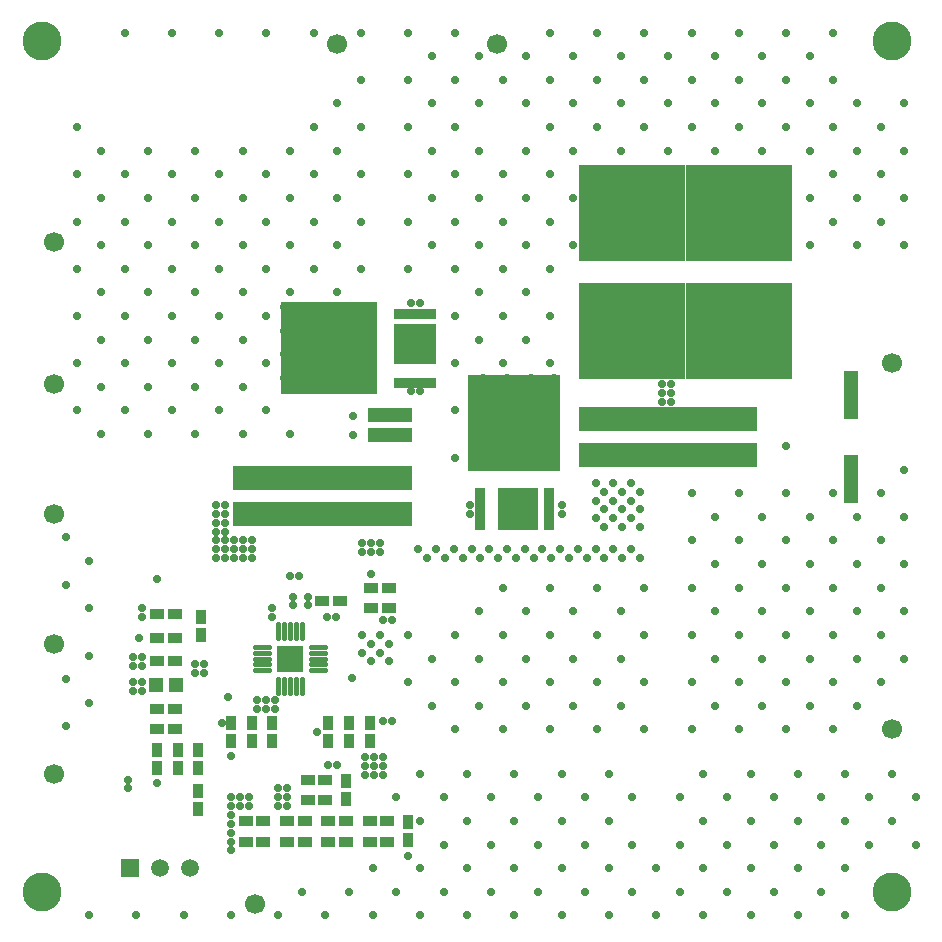
<source format=gts>
G75*
G70*
%OFA0B0*%
%FSLAX24Y24*%
%IPPOS*%
%LPD*%
%AMOC8*
5,1,8,0,0,1.08239X$1,22.5*
%
%ADD10C,0.1299*%
%ADD11C,0.0157*%
%ADD12R,0.0866X0.0866*%
%ADD13C,0.0669*%
%ADD14R,0.0354X0.0472*%
%ADD15R,0.0472X0.0354*%
%ADD16R,0.0591X0.0591*%
%ADD17C,0.0591*%
%ADD18R,0.0512X0.0512*%
%ADD19R,0.1457X0.0512*%
%ADD20R,0.2008X0.0827*%
%ADD21R,0.1378X0.1417*%
%ADD22R,0.3098X0.3189*%
%ADD23R,0.0335X0.1417*%
%ADD24R,0.1417X0.1378*%
%ADD25R,0.3189X0.3098*%
%ADD26R,0.1417X0.0335*%
%ADD27R,0.3583X0.3189*%
%ADD28R,0.0512X0.1614*%
%ADD29C,0.0276*%
D10*
X001575Y001575D03*
X029921Y001575D03*
X029921Y029921D03*
X001575Y029921D03*
D11*
X009449Y010513D02*
X009449Y010513D01*
X009449Y010039D01*
X009449Y010039D01*
X009449Y010513D01*
X009449Y010195D02*
X009449Y010195D01*
X009449Y010351D02*
X009449Y010351D01*
X009449Y010507D02*
X009449Y010507D01*
X009646Y010513D02*
X009646Y010513D01*
X009646Y010039D01*
X009646Y010039D01*
X009646Y010513D01*
X009646Y010195D02*
X009646Y010195D01*
X009646Y010351D02*
X009646Y010351D01*
X009646Y010507D02*
X009646Y010507D01*
X009843Y010513D02*
X009843Y010513D01*
X009843Y010039D01*
X009843Y010039D01*
X009843Y010513D01*
X009843Y010195D02*
X009843Y010195D01*
X009843Y010351D02*
X009843Y010351D01*
X009843Y010507D02*
X009843Y010507D01*
X010039Y010513D02*
X010039Y010513D01*
X010039Y010039D01*
X010039Y010039D01*
X010039Y010513D01*
X010039Y010195D02*
X010039Y010195D01*
X010039Y010351D02*
X010039Y010351D01*
X010039Y010507D02*
X010039Y010507D01*
X010236Y010513D02*
X010236Y010513D01*
X010236Y010039D01*
X010236Y010039D01*
X010236Y010513D01*
X010236Y010195D02*
X010236Y010195D01*
X010236Y010351D02*
X010236Y010351D01*
X010236Y010507D02*
X010236Y010507D01*
X011005Y009744D02*
X011005Y009744D01*
X010531Y009744D01*
X010531Y009744D01*
X011005Y009744D01*
X011005Y009547D02*
X011005Y009547D01*
X010531Y009547D01*
X010531Y009547D01*
X011005Y009547D01*
X011005Y009350D02*
X011005Y009350D01*
X010531Y009350D01*
X010531Y009350D01*
X011005Y009350D01*
X011005Y009154D02*
X011005Y009154D01*
X010531Y009154D01*
X010531Y009154D01*
X011005Y009154D01*
X011005Y008957D02*
X011005Y008957D01*
X010531Y008957D01*
X010531Y008957D01*
X011005Y008957D01*
X010236Y008188D02*
X010236Y008188D01*
X010236Y008662D01*
X010236Y008662D01*
X010236Y008188D01*
X010236Y008344D02*
X010236Y008344D01*
X010236Y008500D02*
X010236Y008500D01*
X010236Y008656D02*
X010236Y008656D01*
X010039Y008188D02*
X010039Y008188D01*
X010039Y008662D01*
X010039Y008662D01*
X010039Y008188D01*
X010039Y008344D02*
X010039Y008344D01*
X010039Y008500D02*
X010039Y008500D01*
X010039Y008656D02*
X010039Y008656D01*
X009843Y008188D02*
X009843Y008188D01*
X009843Y008662D01*
X009843Y008662D01*
X009843Y008188D01*
X009843Y008344D02*
X009843Y008344D01*
X009843Y008500D02*
X009843Y008500D01*
X009843Y008656D02*
X009843Y008656D01*
X009646Y008188D02*
X009646Y008188D01*
X009646Y008662D01*
X009646Y008662D01*
X009646Y008188D01*
X009646Y008344D02*
X009646Y008344D01*
X009646Y008500D02*
X009646Y008500D01*
X009646Y008656D02*
X009646Y008656D01*
X009449Y008188D02*
X009449Y008188D01*
X009449Y008662D01*
X009449Y008662D01*
X009449Y008188D01*
X009449Y008344D02*
X009449Y008344D01*
X009449Y008500D02*
X009449Y008500D01*
X009449Y008656D02*
X009449Y008656D01*
X008680Y008957D02*
X008680Y008957D01*
X009154Y008957D01*
X009154Y008957D01*
X008680Y008957D01*
X008680Y009154D02*
X008680Y009154D01*
X009154Y009154D01*
X009154Y009154D01*
X008680Y009154D01*
X008680Y009350D02*
X008680Y009350D01*
X009154Y009350D01*
X009154Y009350D01*
X008680Y009350D01*
X008680Y009547D02*
X008680Y009547D01*
X009154Y009547D01*
X009154Y009547D01*
X008680Y009547D01*
X008680Y009744D02*
X008680Y009744D01*
X009154Y009744D01*
X009154Y009744D01*
X008680Y009744D01*
D12*
X009843Y009350D03*
D13*
X001969Y009843D03*
X001969Y005512D03*
X008661Y001181D03*
X001969Y014173D03*
X001969Y018504D03*
X001969Y023228D03*
X011417Y029823D03*
X016732Y029823D03*
X029921Y019193D03*
X029921Y006988D03*
D14*
X013780Y003888D03*
X013780Y003297D03*
X011713Y004675D03*
X011713Y005266D03*
X011811Y006594D03*
X011811Y007185D03*
X011122Y007185D03*
X011122Y006594D03*
X012500Y006594D03*
X012500Y007185D03*
X009252Y007185D03*
X009252Y006594D03*
X008563Y006594D03*
X008563Y007185D03*
X007874Y007185D03*
X007874Y006594D03*
X006791Y006299D03*
X006791Y005709D03*
X006102Y005709D03*
X006102Y006299D03*
X005413Y006299D03*
X005413Y005709D03*
X006791Y004921D03*
X006791Y004331D03*
X006890Y010138D03*
X006890Y010728D03*
D15*
X006004Y010827D03*
X005413Y010827D03*
X005413Y010039D03*
X006004Y010039D03*
X006004Y009252D03*
X005413Y009252D03*
X005413Y007677D03*
X005413Y006988D03*
X006004Y006988D03*
X006004Y007677D03*
X008366Y003937D03*
X008957Y003937D03*
X008957Y003248D03*
X008366Y003248D03*
X009744Y003248D03*
X009744Y003937D03*
X010335Y003937D03*
X010335Y003248D03*
X011122Y003248D03*
X011713Y003248D03*
X011713Y003937D03*
X011122Y003937D03*
X011024Y004626D03*
X010433Y004626D03*
X010433Y005315D03*
X011024Y005315D03*
X012500Y003937D03*
X012500Y003248D03*
X013091Y003248D03*
X013091Y003937D03*
X013140Y011024D03*
X012549Y011024D03*
X012549Y011713D03*
X013140Y011713D03*
X011516Y011270D03*
X010925Y011270D03*
D16*
X004512Y002362D03*
D17*
X005512Y002362D03*
X006512Y002362D03*
D18*
X006043Y008465D03*
X005374Y008465D03*
D19*
X013169Y016791D03*
X013169Y017461D03*
D20*
X012894Y015354D03*
X012894Y014173D03*
X010925Y014173D03*
X010925Y015354D03*
X008957Y015354D03*
X008957Y014173D03*
X020472Y016142D03*
X020472Y017323D03*
X022441Y017323D03*
X022441Y016142D03*
X024409Y016142D03*
X024409Y017323D03*
D21*
X017457Y014350D03*
D22*
X017323Y017205D03*
D23*
X018478Y014350D03*
X016167Y014350D03*
D24*
X013996Y019819D03*
D25*
X011142Y019685D03*
D26*
X013996Y018530D03*
X013996Y020841D03*
D27*
X021260Y020276D03*
X024803Y020276D03*
X024803Y024213D03*
X021260Y024213D03*
D28*
X028543Y018130D03*
X028543Y015335D03*
D29*
X027953Y014862D03*
X028740Y014075D03*
X029528Y014862D03*
X030315Y014075D03*
X029528Y013287D03*
X030315Y012500D03*
X029528Y011713D03*
X030315Y010925D03*
X029528Y010138D03*
X030315Y009350D03*
X029528Y008563D03*
X028740Y009350D03*
X027953Y008563D03*
X028740Y007776D03*
X027953Y006988D03*
X027165Y007776D03*
X026378Y008563D03*
X027165Y009350D03*
X026378Y010138D03*
X027165Y010925D03*
X026378Y011713D03*
X027165Y012500D03*
X026378Y013287D03*
X025591Y012500D03*
X024803Y011713D03*
X024016Y012500D03*
X024803Y013287D03*
X024016Y014075D03*
X024803Y014862D03*
X025591Y014075D03*
X026378Y014862D03*
X027165Y014075D03*
X027953Y013287D03*
X028740Y012500D03*
X027953Y011713D03*
X028740Y010925D03*
X027953Y010138D03*
X025591Y010925D03*
X024803Y010138D03*
X024016Y010925D03*
X023228Y010138D03*
X024016Y009350D03*
X024803Y008563D03*
X024016Y007776D03*
X023228Y008563D03*
X021654Y008563D03*
X020866Y009350D03*
X020079Y008563D03*
X020866Y007776D03*
X020079Y006988D03*
X019291Y007776D03*
X018504Y008563D03*
X019291Y009350D03*
X018504Y010138D03*
X019291Y010925D03*
X018504Y011713D03*
X017717Y010925D03*
X016929Y010138D03*
X016142Y010925D03*
X016929Y011713D03*
X016781Y012697D03*
X016486Y012992D03*
X016191Y012697D03*
X015896Y012992D03*
X015600Y012697D03*
X015305Y012992D03*
X015010Y012697D03*
X014715Y012992D03*
X014419Y012697D03*
X014124Y012992D03*
X012844Y012894D03*
X012549Y012894D03*
X012549Y013189D03*
X012254Y013189D03*
X012254Y012894D03*
X012844Y013189D03*
X012549Y012156D03*
X011368Y010728D03*
X011073Y010728D03*
X010433Y011122D03*
X010433Y011417D03*
X009941Y011417D03*
X009941Y011122D03*
X009252Y011024D03*
X009252Y010728D03*
X009547Y009646D03*
X010138Y009646D03*
X010138Y009055D03*
X009547Y009055D03*
X009350Y007972D03*
X009350Y007677D03*
X009055Y007677D03*
X008760Y007677D03*
X008760Y007972D03*
X009055Y007972D03*
X007776Y008071D03*
X007579Y007185D03*
X007874Y006102D03*
X007874Y004724D03*
X007874Y004429D03*
X007874Y004134D03*
X007874Y003839D03*
X007874Y003543D03*
X007874Y003248D03*
X007874Y002953D03*
X008169Y004429D03*
X008169Y004724D03*
X008465Y004724D03*
X008465Y004429D03*
X009449Y004429D03*
X009744Y004429D03*
X009744Y004724D03*
X009449Y004724D03*
X009449Y005020D03*
X009744Y005020D03*
X011122Y005807D03*
X011417Y005807D03*
X012352Y005758D03*
X012352Y006053D03*
X012648Y006053D03*
X012943Y006053D03*
X012943Y005758D03*
X012648Y005758D03*
X012648Y005463D03*
X012943Y005463D03*
X012352Y005463D03*
X013386Y004724D03*
X014173Y005512D03*
X014961Y004724D03*
X015748Y005512D03*
X016535Y004724D03*
X017323Y005512D03*
X018110Y004724D03*
X018898Y005512D03*
X019685Y004724D03*
X020472Y005512D03*
X021260Y004724D03*
X020472Y003937D03*
X019685Y003150D03*
X018898Y003937D03*
X018110Y003150D03*
X017323Y003937D03*
X016535Y003150D03*
X015748Y003937D03*
X014961Y003150D03*
X014173Y003937D03*
X013780Y002756D03*
X014173Y002362D03*
X013386Y001575D03*
X012598Y002362D03*
X011811Y001575D03*
X011024Y000787D03*
X010236Y001575D03*
X009449Y000787D03*
X007874Y000787D03*
X006299Y000787D03*
X004724Y000787D03*
X003150Y000787D03*
X004429Y005020D03*
X004429Y005315D03*
X005413Y005217D03*
X003150Y007874D03*
X002362Y007087D03*
X002362Y008661D03*
X003150Y009449D03*
X004626Y009400D03*
X004921Y009400D03*
X004921Y009104D03*
X004626Y009104D03*
X004626Y008563D03*
X004921Y008563D03*
X004921Y008268D03*
X004626Y008268D03*
X004823Y010039D03*
X004921Y010728D03*
X004921Y011024D03*
X005413Y012008D03*
X007382Y012697D03*
X007382Y012992D03*
X007677Y012992D03*
X007677Y012697D03*
X007972Y012697D03*
X007972Y012992D03*
X007972Y013287D03*
X007677Y013287D03*
X007382Y013287D03*
X007382Y013583D03*
X007382Y013878D03*
X007677Y013878D03*
X007677Y014173D03*
X007382Y014173D03*
X007382Y014469D03*
X007677Y014469D03*
X007677Y013583D03*
X008268Y013287D03*
X008268Y012992D03*
X008563Y012992D03*
X008563Y012697D03*
X008268Y012697D03*
X008563Y013287D03*
X009843Y012106D03*
X010138Y012106D03*
X012254Y010138D03*
X012549Y009843D03*
X012844Y010138D03*
X013140Y009843D03*
X012844Y009547D03*
X012549Y009252D03*
X012254Y009547D03*
X011909Y008711D03*
X013140Y009252D03*
X013780Y008563D03*
X014567Y009350D03*
X015354Y008563D03*
X014567Y007776D03*
X015354Y006988D03*
X016142Y007776D03*
X016929Y008563D03*
X016142Y009350D03*
X015354Y010138D03*
X013780Y010138D03*
X013238Y010630D03*
X012943Y010630D03*
X012943Y007283D03*
X013238Y007283D03*
X010728Y006890D03*
X006988Y008858D03*
X006693Y008858D03*
X006693Y009154D03*
X006988Y009154D03*
X003150Y011024D03*
X002362Y011811D03*
X003150Y012598D03*
X002362Y013386D03*
X003543Y016831D03*
X002756Y017618D03*
X003543Y018406D03*
X002756Y019193D03*
X003543Y019980D03*
X004331Y019193D03*
X005118Y019980D03*
X005906Y019193D03*
X006693Y019980D03*
X007480Y019193D03*
X006693Y018406D03*
X007480Y017618D03*
X006693Y016831D03*
X005906Y017618D03*
X005118Y016831D03*
X004331Y017618D03*
X005118Y018406D03*
X004331Y020768D03*
X005118Y021555D03*
X005906Y020768D03*
X006693Y021555D03*
X007480Y020768D03*
X008268Y021555D03*
X009055Y020768D03*
X009646Y021063D03*
X010039Y020669D03*
X009646Y020276D03*
X010039Y019882D03*
X009646Y019488D03*
X010039Y019094D03*
X009646Y018701D03*
X010039Y018307D03*
X010433Y018701D03*
X010827Y019094D03*
X011220Y018701D03*
X010827Y018307D03*
X011614Y019094D03*
X012008Y018701D03*
X012402Y019094D03*
X012008Y019488D03*
X012402Y019882D03*
X012008Y020276D03*
X012402Y020669D03*
X012008Y021063D03*
X011614Y020669D03*
X011220Y020276D03*
X010827Y020669D03*
X010433Y020276D03*
X010827Y019882D03*
X011220Y019488D03*
X011614Y019882D03*
X011220Y021063D03*
X011417Y021555D03*
X010433Y021063D03*
X009843Y021555D03*
X010630Y022343D03*
X011417Y023130D03*
X010630Y023917D03*
X009843Y023130D03*
X009055Y023917D03*
X008268Y023130D03*
X009055Y022343D03*
X007480Y022343D03*
X006693Y023130D03*
X007480Y023917D03*
X006693Y024705D03*
X007480Y025492D03*
X006693Y026280D03*
X005906Y025492D03*
X005118Y024705D03*
X004331Y025492D03*
X005118Y026280D03*
X003543Y026280D03*
X002756Y027067D03*
X002756Y025492D03*
X003543Y024705D03*
X002756Y023917D03*
X003543Y023130D03*
X002756Y022343D03*
X003543Y021555D03*
X002756Y020768D03*
X004331Y022343D03*
X005118Y023130D03*
X004331Y023917D03*
X005906Y023917D03*
X005906Y022343D03*
X008268Y024705D03*
X009055Y025492D03*
X009843Y024705D03*
X010630Y025492D03*
X011417Y024705D03*
X012205Y025492D03*
X011417Y026280D03*
X010630Y027067D03*
X009843Y026280D03*
X008268Y026280D03*
X011417Y027854D03*
X012205Y028642D03*
X013780Y028642D03*
X014567Y029429D03*
X015354Y028642D03*
X014567Y027854D03*
X015354Y027067D03*
X014567Y026280D03*
X013780Y027067D03*
X013780Y025492D03*
X014567Y024705D03*
X015354Y025492D03*
X016142Y024705D03*
X016929Y025492D03*
X016142Y026280D03*
X017717Y026280D03*
X018504Y027067D03*
X019291Y026280D03*
X020079Y027067D03*
X020866Y026280D03*
X021654Y027067D03*
X022441Y026280D03*
X023228Y027067D03*
X024016Y026280D03*
X024803Y027067D03*
X025591Y026280D03*
X026378Y027067D03*
X027165Y026280D03*
X027953Y027067D03*
X028740Y026280D03*
X029528Y027067D03*
X030315Y026280D03*
X029528Y025492D03*
X030315Y024705D03*
X029528Y023917D03*
X030315Y023130D03*
X028740Y023130D03*
X027953Y023917D03*
X027165Y023130D03*
X027165Y024705D03*
X027953Y025492D03*
X028740Y024705D03*
X028740Y027854D03*
X027953Y028642D03*
X027165Y029429D03*
X026378Y028642D03*
X025591Y029429D03*
X026378Y030217D03*
X027953Y030217D03*
X027165Y027854D03*
X025591Y027854D03*
X024803Y028642D03*
X024016Y029429D03*
X024803Y030217D03*
X023228Y030217D03*
X022441Y029429D03*
X023228Y028642D03*
X022441Y027854D03*
X021654Y028642D03*
X020866Y029429D03*
X020079Y028642D03*
X019291Y029429D03*
X018504Y028642D03*
X017717Y029429D03*
X018504Y030217D03*
X020079Y030217D03*
X021654Y030217D03*
X020866Y027854D03*
X019291Y027854D03*
X017717Y027854D03*
X016929Y028642D03*
X016142Y029429D03*
X015354Y030217D03*
X013780Y030217D03*
X012205Y030217D03*
X010630Y030217D03*
X009055Y030217D03*
X007480Y030217D03*
X005906Y030217D03*
X004331Y030217D03*
X012205Y027067D03*
X012205Y023917D03*
X012205Y022343D03*
X013780Y022343D03*
X014567Y023130D03*
X015354Y023917D03*
X016142Y023130D03*
X016929Y023917D03*
X017717Y023130D03*
X018504Y023917D03*
X019291Y023130D03*
X018504Y022343D03*
X017717Y021555D03*
X018504Y020768D03*
X017717Y019980D03*
X018504Y019193D03*
X018652Y018701D03*
X018258Y018307D03*
X018652Y017913D03*
X018258Y017520D03*
X017864Y017913D03*
X017470Y017520D03*
X017077Y017913D03*
X016683Y017520D03*
X016289Y017913D03*
X015896Y017520D03*
X016289Y017126D03*
X015896Y016732D03*
X016289Y016339D03*
X016683Y016732D03*
X017077Y016339D03*
X017470Y016732D03*
X017077Y017126D03*
X017864Y017126D03*
X018258Y016732D03*
X018652Y016339D03*
X018258Y015945D03*
X017864Y016339D03*
X017470Y015945D03*
X016683Y015945D03*
X015896Y015945D03*
X015354Y016043D03*
X015354Y017618D03*
X015896Y018307D03*
X016289Y018701D03*
X016683Y018307D03*
X017077Y018701D03*
X016929Y019193D03*
X017470Y018307D03*
X017864Y018701D03*
X018652Y017126D03*
X020030Y015207D03*
X020325Y014911D03*
X020620Y014616D03*
X020325Y014321D03*
X020620Y014026D03*
X020915Y014321D03*
X021211Y014616D03*
X021506Y014321D03*
X021211Y014026D03*
X021506Y013730D03*
X020915Y013730D03*
X020325Y013730D03*
X020030Y014026D03*
X020030Y014616D03*
X020620Y015207D03*
X020915Y014911D03*
X021211Y015207D03*
X021506Y014911D03*
X023228Y014862D03*
X023228Y013287D03*
X023228Y011713D03*
X021654Y011713D03*
X020866Y010925D03*
X020079Y010138D03*
X021654Y010138D03*
X020079Y011713D03*
X020325Y012697D03*
X020620Y012992D03*
X020915Y012697D03*
X021211Y012992D03*
X021506Y012697D03*
X020030Y012992D03*
X019734Y012697D03*
X019439Y012992D03*
X019144Y012697D03*
X018848Y012992D03*
X018553Y012697D03*
X018258Y012992D03*
X017963Y012697D03*
X017667Y012992D03*
X017372Y012697D03*
X017077Y012992D03*
X015846Y014173D03*
X015846Y014469D03*
X018898Y014469D03*
X018898Y014173D03*
X022244Y017913D03*
X022539Y017913D03*
X022539Y018209D03*
X022244Y018209D03*
X022244Y018504D03*
X022539Y018504D03*
X026378Y016437D03*
X030315Y015650D03*
X025591Y009350D03*
X025591Y007776D03*
X026378Y006988D03*
X026772Y005512D03*
X027559Y004724D03*
X028346Y005512D03*
X029134Y004724D03*
X029921Y005512D03*
X030709Y004724D03*
X029921Y003937D03*
X029134Y003150D03*
X028346Y003937D03*
X027559Y003150D03*
X026772Y003937D03*
X025984Y003150D03*
X025197Y003937D03*
X024409Y003150D03*
X023622Y003937D03*
X022835Y003150D03*
X023622Y002362D03*
X022835Y001575D03*
X023622Y000787D03*
X024409Y001575D03*
X025197Y002362D03*
X025984Y001575D03*
X025197Y000787D03*
X026772Y000787D03*
X027559Y001575D03*
X026772Y002362D03*
X028346Y002362D03*
X028346Y000787D03*
X030709Y003150D03*
X025984Y004724D03*
X025197Y005512D03*
X024409Y004724D03*
X023622Y005512D03*
X022835Y004724D03*
X021260Y003150D03*
X022047Y002362D03*
X021260Y001575D03*
X020472Y002362D03*
X019685Y001575D03*
X018898Y002362D03*
X018110Y001575D03*
X017323Y002362D03*
X016535Y001575D03*
X015748Y002362D03*
X014961Y001575D03*
X015748Y000787D03*
X014173Y000787D03*
X012598Y000787D03*
X017323Y000787D03*
X018898Y000787D03*
X020472Y000787D03*
X022047Y000787D03*
X021654Y006988D03*
X023228Y006988D03*
X024803Y006988D03*
X018504Y006988D03*
X017717Y007776D03*
X016929Y006988D03*
X017717Y009350D03*
X011929Y016791D03*
X011929Y017421D03*
X013878Y018258D03*
X014173Y018258D03*
X015354Y019193D03*
X016142Y019980D03*
X016929Y020768D03*
X016142Y021555D03*
X016929Y022343D03*
X015354Y022343D03*
X014173Y021211D03*
X013878Y021211D03*
X015354Y020768D03*
X013780Y023917D03*
X017717Y024705D03*
X018504Y025492D03*
X019291Y024705D03*
X016142Y027854D03*
X024016Y027854D03*
X030315Y027854D03*
X010433Y019488D03*
X009055Y019193D03*
X008268Y019980D03*
X008268Y018406D03*
X009055Y017618D03*
X008268Y016831D03*
X009843Y016831D03*
M02*

</source>
